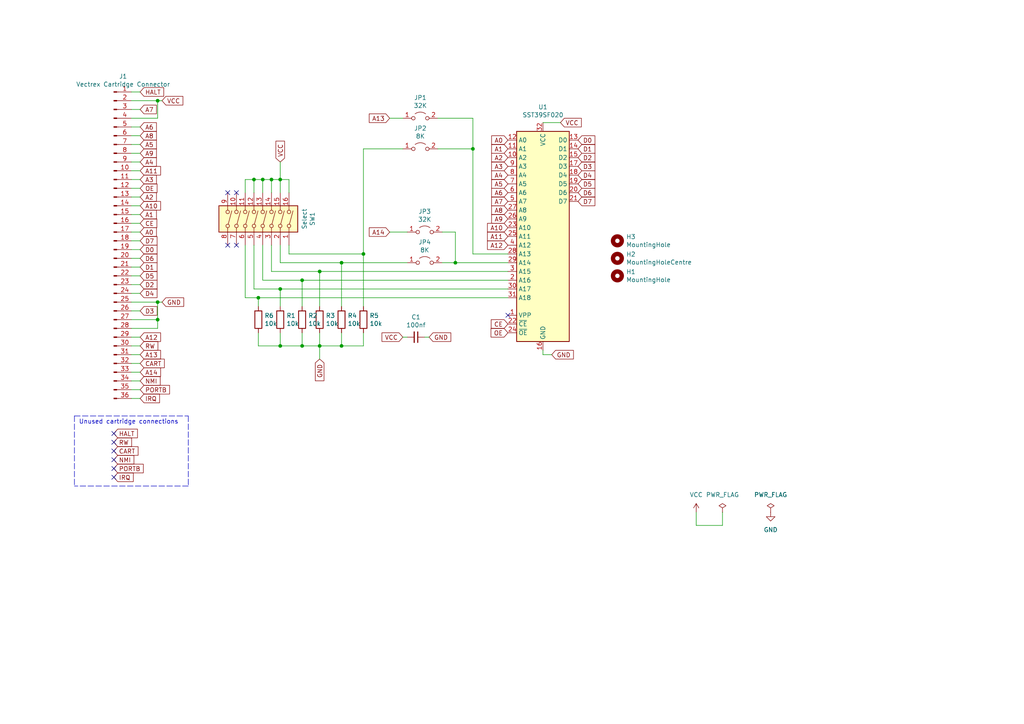
<source format=kicad_sch>
(kicad_sch (version 20211123) (generator eeschema)
  (paper "A4")
  (title_block (title "Vectrex multi-cart - NaturalTangent"))
  (lib_symbols
    (symbol "Connector:Conn_01x36_Male" (pin_names (offset 1.016) hide)
      (property "Reference" "J" (at 0 45.72 0))
      (property "Value" "Conn_01x36_Male" (at 0 -48.26 0))
      (symbol "Conn_01x36_Male_1_1"
        (polyline (pts (xy 1.27 -45.72) (xy 0.8636 -45.72)) (stroke (width 0.1524)))
        (polyline (pts (xy 1.27 -43.18) (xy 0.8636 -43.18)) (stroke (width 0.1524)))
        (polyline (pts (xy 1.27 -40.64) (xy 0.8636 -40.64)) (stroke (width 0.1524)))
        (polyline (pts (xy 1.27 -38.1) (xy 0.8636 -38.1)) (stroke (width 0.1524)))
        (polyline (pts (xy 1.27 -35.56) (xy 0.8636 -35.56)) (stroke (width 0.1524)))
        (polyline (pts (xy 1.27 -33.02) (xy 0.8636 -33.02)) (stroke (width 0.1524)))
        (polyline (pts (xy 1.27 -30.48) (xy 0.8636 -30.48)) (stroke (width 0.1524)))
        (polyline (pts (xy 1.27 -27.94) (xy 0.8636 -27.94)) (stroke (width 0.1524)))
        (polyline (pts (xy 1.27 -25.4) (xy 0.8636 -25.4)) (stroke (width 0.1524)))
        (polyline (pts (xy 1.27 -22.86) (xy 0.8636 -22.86)) (stroke (width 0.1524)))
        (polyline (pts (xy 1.27 -20.32) (xy 0.8636 -20.32)) (stroke (width 0.1524)))
        (polyline (pts (xy 1.27 -17.78) (xy 0.8636 -17.78)) (stroke (width 0.1524)))
        (polyline (pts (xy 1.27 -15.24) (xy 0.8636 -15.24)) (stroke (width 0.1524)))
        (polyline (pts (xy 1.27 -12.7) (xy 0.8636 -12.7)) (stroke (width 0.1524)))
        (polyline (pts (xy 1.27 -10.16) (xy 0.8636 -10.16)) (stroke (width 0.1524)))
        (polyline (pts (xy 1.27 -7.62) (xy 0.8636 -7.62)) (stroke (width 0.1524)))
        (polyline (pts (xy 1.27 -5.08) (xy 0.8636 -5.08)) (stroke (width 0.1524)))
        (polyline (pts (xy 1.27 -2.54) (xy 0.8636 -2.54)) (stroke (width 0.1524)))
        (polyline (pts (xy 1.27 0) (xy 0.8636 0)) (stroke (width 0.1524)))
        (polyline (pts (xy 1.27 2.54) (xy 0.8636 2.54)) (stroke (width 0.1524)))
        (polyline (pts (xy 1.27 5.08) (xy 0.8636 5.08)) (stroke (width 0.1524)))
        (polyline (pts (xy 1.27 7.62) (xy 0.8636 7.62)) (stroke (width 0.1524)))
        (polyline (pts (xy 1.27 10.16) (xy 0.8636 10.16)) (stroke (width 0.1524)))
        (polyline (pts (xy 1.27 12.7) (xy 0.8636 12.7)) (stroke (width 0.1524)))
        (polyline (pts (xy 1.27 15.24) (xy 0.8636 15.24)) (stroke (width 0.1524)))
        (polyline (pts (xy 1.27 17.78) (xy 0.8636 17.78)) (stroke (width 0.1524)))
        (polyline (pts (xy 1.27 20.32) (xy 0.8636 20.32)) (stroke (width 0.1524)))
        (polyline (pts (xy 1.27 22.86) (xy 0.8636 22.86)) (stroke (width 0.1524)))
        (polyline (pts (xy 1.27 25.4) (xy 0.8636 25.4)) (stroke (width 0.1524)))
        (polyline (pts (xy 1.27 27.94) (xy 0.8636 27.94)) (stroke (width 0.1524)))
        (polyline (pts (xy 1.27 30.48) (xy 0.8636 30.48)) (stroke (width 0.1524)))
        (polyline (pts (xy 1.27 33.02) (xy 0.8636 33.02)) (stroke (width 0.1524)))
        (polyline (pts (xy 1.27 35.56) (xy 0.8636 35.56)) (stroke (width 0.1524)))
        (polyline (pts (xy 1.27 38.1) (xy 0.8636 38.1)) (stroke (width 0.1524)))
        (polyline (pts (xy 1.27 40.64) (xy 0.8636 40.64)) (stroke (width 0.1524)))
        (polyline (pts (xy 1.27 43.18) (xy 0.8636 43.18)) (stroke (width 0.1524)))
        (rectangle (start 0.8636 -45.593) (end 0 -45.847) (stroke (width 0.1524)) (fill (type outline)))
        (rectangle (start 0.8636 -43.053) (end 0 -43.307) (stroke (width 0.1524)) (fill (type outline)))
        (rectangle (start 0.8636 -40.513) (end 0 -40.767) (stroke (width 0.1524)) (fill (type outline)))
        (rectangle (start 0.8636 -37.973) (end 0 -38.227) (stroke (width 0.1524)) (fill (type outline)))
        (rectangle (start 0.8636 -35.433) (end 0 -35.687) (stroke (width 0.1524)) (fill (type outline)))
        (rectangle (start 0.8636 -32.893) (end 0 -33.147) (stroke (width 0.1524)) (fill (type outline)))
        (rectangle (start 0.8636 -30.353) (end 0 -30.607) (stroke (width 0.1524)) (fill (type outline)))
        (rectangle (start 0.8636 -27.813) (end 0 -28.067) (stroke (width 0.1524)) (fill (type outline)))
        (rectangle (start 0.8636 -25.273) (end 0 -25.527) (stroke (width 0.1524)) (fill (type outline)))
        (rectangle (start 0.8636 -22.733) (end 0 -22.987) (stroke (width 0.1524)) (fill (type outline)))
        (rectangle (start 0.8636 -20.193) (end 0 -20.447) (stroke (width 0.1524)) (fill (type outline)))
        (rectangle (start 0.8636 -17.653) (end 0 -17.907) (stroke (width 0.1524)) (fill (type outline)))
        (rectangle (start 0.8636 -15.113) (end 0 -15.367) (stroke (width 0.1524)) (fill (type outline)))
        (rectangle (start 0.8636 -12.573) (end 0 -12.827) (stroke (width 0.1524)) (fill (type outline)))
        (rectangle (start 0.8636 -10.033) (end 0 -10.287) (stroke (width 0.1524)) (fill (type outline)))
        (rectangle (start 0.8636 -7.493) (end 0 -7.747) (stroke (width 0.1524)) (fill (type outline)))
        (rectangle (start 0.8636 -4.953) (end 0 -5.207) (stroke (width 0.1524)) (fill (type outline)))
        (rectangle (start 0.8636 -2.413) (end 0 -2.667) (stroke (width 0.1524)) (fill (type outline)))
        (rectangle (start 0.8636 0.127) (end 0 -0.127) (stroke (width 0.1524)) (fill (type outline)))
        (rectangle (start 0.8636 2.667) (end 0 2.413) (stroke (width 0.1524)) (fill (type outline)))
        (rectangle (start 0.8636 5.207) (end 0 4.953) (stroke (width 0.1524)) (fill (type outline)))
        (rectangle (start 0.8636 7.747) (end 0 7.493) (stroke (width 0.1524)) (fill (type outline)))
        (rectangle (start 0.8636 10.287) (end 0 10.033) (stroke (width 0.1524)) (fill (type outline)))
        (rectangle (start 0.8636 12.827) (end 0 12.573) (stroke (width 0.1524)) (fill (type outline)))
        (rectangle (start 0.8636 15.367) (end 0 15.113) (stroke (width 0.1524)) (fill (type outline)))
        (rectangle (start 0.8636 17.907) (end 0 17.653) (stroke (width 0.1524)) (fill (type outline)))
        (rectangle (start 0.8636 20.447) (end 0 20.193) (stroke (width 0.1524)) (fill (type outline)))
        (rectangle (start 0.8636 22.987) (end 0 22.733) (stroke (width 0.1524)) (fill (type outline)))
        (rectangle (start 0.8636 25.527) (end 0 25.273) (stroke (width 0.1524)) (fill (type outline)))
        (rectangle (start 0.8636 28.067) (end 0 27.813) (stroke (width 0.1524)) (fill (type outline)))
        (rectangle (start 0.8636 30.607) (end 0 30.353) (stroke (width 0.1524)) (fill (type outline)))
        (rectangle (start 0.8636 33.147) (end 0 32.893) (stroke (width 0.1524)) (fill (type outline)))
        (rectangle (start 0.8636 35.687) (end 0 35.433) (stroke (width 0.1524)) (fill (type outline)))
        (rectangle (start 0.8636 38.227) (end 0 37.973) (stroke (width 0.1524)) (fill (type outline)))
        (rectangle (start 0.8636 40.767) (end 0 40.513) (stroke (width 0.1524)) (fill (type outline)))
        (rectangle (start 0.8636 43.307) (end 0 43.053) (stroke (width 0.1524)) (fill (type outline)))
        (pin passive line (at 5.08 43.18 180) (length 3.81) (name "Pin_1") (number "1"))
        (pin passive line (at 5.08 20.32 180) (length 3.81) (name "Pin_10") (number "10"))
        (pin passive line (at 5.08 17.78 180) (length 3.81) (name "Pin_11") (number "11"))
        (pin passive line (at 5.08 15.24 180) (length 3.81) (name "Pin_12") (number "12"))
        (pin passive line (at 5.08 12.7 180) (length 3.81) (name "Pin_13") (number "13"))
        (pin passive line (at 5.08 10.16 180) (length 3.81) (name "Pin_14") (number "14"))
        (pin passive line (at 5.08 7.62 180) (length 3.81) (name "Pin_15") (number "15"))
        (pin passive line (at 5.08 5.08 180) (length 3.81) (name "Pin_16") (number "16"))
        (pin passive line (at 5.08 2.54 180) (length 3.81) (name "Pin_17") (number "17"))
        (pin passive line (at 5.08 0 180) (length 3.81) (name "Pin_18") (number "18"))
        (pin passive line (at 5.08 -2.54 180) (length 3.81) (name "Pin_19") (number "19"))
        (pin passive line (at 5.08 40.64 180) (length 3.81) (name "Pin_2") (number "2"))
        (pin passive line (at 5.08 -5.08 180) (length 3.81) (name "Pin_20") (number "20"))
        (pin passive line (at 5.08 -7.62 180) (length 3.81) (name "Pin_21") (number "21"))
        (pin passive line (at 5.08 -10.16 180) (length 3.81) (name "Pin_22") (number "22"))
        (pin passive line (at 5.08 -12.7 180) (length 3.81) (name "Pin_23") (number "23"))
        (pin passive line (at 5.08 -15.24 180) (length 3.81) (name "Pin_24") (number "24"))
        (pin passive line (at 5.08 -17.78 180) (length 3.81) (name "Pin_25") (number "25"))
        (pin passive line (at 5.08 -20.32 180) (length 3.81) (name "Pin_26") (number "26"))
        (pin passive line (at 5.08 -22.86 180) (length 3.81) (name "Pin_27") (number "27"))
        (pin passive line (at 5.08 -25.4 180) (length 3.81) (name "Pin_28") (number "28"))
        (pin passive line (at 5.08 -27.94 180) (length 3.81) (name "Pin_29") (number "29"))
        (pin passive line (at 5.08 38.1 180) (length 3.81) (name "Pin_3") (number "3"))
        (pin passive line (at 5.08 -30.48 180) (length 3.81) (name "Pin_30") (number "30"))
        (pin passive line (at 5.08 -33.02 180) (length 3.81) (name "Pin_31") (number "31"))
        (pin passive line (at 5.08 -35.56 180) (length 3.81) (name "Pin_32") (number "32"))
        (pin passive line (at 5.08 -38.1 180) (length 3.81) (name "Pin_33") (number "33"))
        (pin passive line (at 5.08 -40.64 180) (length 3.81) (name "Pin_34") (number "34"))
        (pin passive line (at 5.08 -43.18 180) (length 3.81) (name "Pin_35") (number "35"))
        (pin passive line (at 5.08 -45.72 180) (length 3.81) (name "Pin_36") (number "36"))
        (pin passive line (at 5.08 35.56 180) (length 3.81) (name "Pin_4") (number "4"))
        (pin passive line (at 5.08 33.02 180) (length 3.81) (name "Pin_5") (number "5"))
        (pin passive line (at 5.08 30.48 180) (length 3.81) (name "Pin_6") (number "6"))
        (pin passive line (at 5.08 27.94 180) (length 3.81) (name "Pin_7") (number "7"))
        (pin passive line (at 5.08 25.4 180) (length 3.81) (name "Pin_8") (number "8"))
        (pin passive line (at 5.08 22.86 180) (length 3.81) (name "Pin_9") (number "9"))
      )
    )
    (symbol "Device:C_Small" (pin_numbers hide) (pin_names (offset 0.254) hide)
      (property "Reference" "C" (at 0.254 1.778 0))
      (property "Value" "C_Small" (at 0.254 -2.032 0))
      (symbol "C_Small_0_1"
        (polyline (pts (xy -1.524 -0.508) (xy 1.524 -0.508)) (stroke (width 0.3302)))
        (polyline (pts (xy -1.524 0.508) (xy 1.524 0.508)) (stroke (width 0.3048)))
      )
      (symbol "C_Small_1_1"
        (pin passive line (at 0 2.54 270) (length 2.032) (name "~") (number "1"))
        (pin passive line (at 0 -2.54 90) (length 2.032) (name "~") (number "2"))
      )
    )
    (symbol "Device:R" (pin_numbers hide) (pin_names (offset 0))
      (property "Reference" "R" (at 2.032 0 90))
      (property "Value" "R" (at 0 0 90))
      (symbol "R_0_1"
        (rectangle (start -1.016 -2.54) (end 1.016 2.54) (stroke (width 0.254)))
      )
      (symbol "R_1_1"
        (pin passive line (at 0 3.81 270) (length 1.27) (name "~") (number "1"))
        (pin passive line (at 0 -3.81 90) (length 1.27) (name "~") (number "2"))
      )
    )
    (symbol "Jumper:Jumper_2_Open" (pin_names (offset 0) hide)
      (property "Reference" "JP" (at 0 2.794 0))
      (property "Value" "Jumper_2_Open" (at 0 -2.286 0))
      (symbol "Jumper_2_Open_0_0"
        (circle (center -2.032 0) (radius 0.508))
        (circle (center 2.032 0) (radius 0.508))
      )
      (symbol "Jumper_2_Open_0_1"
        (arc (start 1.524 1.27) (mid 0 1.778) (end -1.524 1.27))
      )
      (symbol "Jumper_2_Open_1_1"
        (pin passive line (at -5.08 0 0) (length 2.54) (name "A") (number "1"))
        (pin passive line (at 5.08 0 180) (length 2.54) (name "B") (number "2"))
      )
    )
    (symbol "Mechanical:MountingHole" (pin_names (offset 1.016))
      (property "Reference" "H" (at 0 5.08 0))
      (property "Value" "MountingHole" (at 0 3.175 0))
      (symbol "MountingHole_0_1"
        (circle (center 0 0) (radius 1.27) (stroke (width 1.27)))
      )
    )
    (symbol "Memory_EPROM:27C040"
      (property "Reference" "U" (at -7.62 31.75 0))
      (property "Value" "27C040" (at 2.54 -31.75 0))
      (symbol "27C040_1_1"
        (rectangle (start -7.62 30.48) (end 7.62 -30.48) (stroke (width 0.254)) (fill (type background)))
        (pin input line (at -10.16 -22.86 0) (length 2.54) (name "VPP") (number "1"))
        (pin input line (at -10.16 22.86 0) (length 2.54) (name "A2") (number "10"))
        (pin input line (at -10.16 25.4 0) (length 2.54) (name "A1") (number "11"))
        (pin input line (at -10.16 27.94 0) (length 2.54) (name "A0") (number "12"))
        (pin tri_state line (at 10.16 27.94 180) (length 2.54) (name "D0") (number "13"))
        (pin tri_state line (at 10.16 25.4 180) (length 2.54) (name "D1") (number "14"))
        (pin tri_state line (at 10.16 22.86 180) (length 2.54) (name "D2") (number "15"))
        (pin power_in line (at 0 -33.02 90) (length 2.54) (name "GND") (number "16"))
        (pin tri_state line (at 10.16 20.32 180) (length 2.54) (name "D3") (number "17"))
        (pin tri_state line (at 10.16 17.78 180) (length 2.54) (name "D4") (number "18"))
        (pin tri_state line (at 10.16 15.24 180) (length 2.54) (name "D5") (number "19"))
        (pin input line (at -10.16 -12.7 0) (length 2.54) (name "A16") (number "2"))
        (pin tri_state line (at 10.16 12.7 180) (length 2.54) (name "D6") (number "20"))
        (pin tri_state line (at 10.16 10.16 180) (length 2.54) (name "D7") (number "21"))
        (pin input line (at -10.16 -25.4 0) (length 2.54) (name "~{CE}") (number "22"))
        (pin input line (at -10.16 2.54 0) (length 2.54) (name "A10") (number "23"))
        (pin input line (at -10.16 -27.94 0) (length 2.54) (name "~{OE}") (number "24"))
        (pin input line (at -10.16 0 0) (length 2.54) (name "A11") (number "25"))
        (pin input line (at -10.16 5.08 0) (length 2.54) (name "A9") (number "26"))
        (pin input line (at -10.16 7.62 0) (length 2.54) (name "A8") (number "27"))
        (pin input line (at -10.16 -5.08 0) (length 2.54) (name "A13") (number "28"))
        (pin input line (at -10.16 -7.62 0) (length 2.54) (name "A14") (number "29"))
        (pin input line (at -10.16 -10.16 0) (length 2.54) (name "A15") (number "3"))
        (pin input line (at -10.16 -15.24 0) (length 2.54) (name "A17") (number "30"))
        (pin input line (at -10.16 -17.78 0) (length 2.54) (name "A18") (number "31"))
        (pin power_in line (at 0 33.02 270) (length 2.54) (name "VCC") (number "32"))
        (pin input line (at -10.16 -2.54 0) (length 2.54) (name "A12") (number "4"))
        (pin input line (at -10.16 10.16 0) (length 2.54) (name "A7") (number "5"))
        (pin input line (at -10.16 12.7 0) (length 2.54) (name "A6") (number "6"))
        (pin input line (at -10.16 15.24 0) (length 2.54) (name "A5") (number "7"))
        (pin input line (at -10.16 17.78 0) (length 2.54) (name "A4") (number "8"))
        (pin input line (at -10.16 20.32 0) (length 2.54) (name "A3") (number "9"))
      )
    )
    (symbol "Switch:SW_DIP_x08" (pin_names (offset 0) hide)
      (property "Reference" "SW" (at 0 13.97 0))
      (property "Value" "SW_DIP_x08" (at 0 -11.43 0))
      (symbol "SW_DIP_x08_0_0"
        (circle (center -2.032 -7.62) (radius 0.508))
        (circle (center -2.032 -5.08) (radius 0.508))
        (circle (center -2.032 -2.54) (radius 0.508))
        (circle (center -2.032 0) (radius 0.508))
        (circle (center -2.032 2.54) (radius 0.508))
        (circle (center -2.032 5.08) (radius 0.508))
        (circle (center -2.032 7.62) (radius 0.508))
        (circle (center -2.032 10.16) (radius 0.508))
        (polyline (pts (xy -1.524 -7.4676) (xy 2.3622 -6.4262)))
        (polyline (pts (xy -1.524 -4.9276) (xy 2.3622 -3.8862)))
        (polyline (pts (xy -1.524 -2.3876) (xy 2.3622 -1.3462)))
        (polyline (pts (xy -1.524 0.127) (xy 2.3622 1.1684)))
        (polyline (pts (xy -1.524 2.667) (xy 2.3622 3.7084)))
        (polyline (pts (xy -1.524 5.207) (xy 2.3622 6.2484)))
        (polyline (pts (xy -1.524 7.747) (xy 2.3622 8.7884)))
        (polyline (pts (xy -1.524 10.287) (xy 2.3622 11.3284)))
        (circle (center 2.032 -7.62) (radius 0.508))
        (circle (center 2.032 -5.08) (radius 0.508))
        (circle (center 2.032 -2.54) (radius 0.508))
        (circle (center 2.032 0) (radius 0.508))
        (circle (center 2.032 2.54) (radius 0.508))
        (circle (center 2.032 5.08) (radius 0.508))
        (circle (center 2.032 7.62) (radius 0.508))
        (circle (center 2.032 10.16) (radius 0.508))
      )
      (symbol "SW_DIP_x08_0_1"
        (rectangle (start -3.81 12.7) (end 3.81 -10.16) (stroke (width 0.254)) (fill (type background)))
      )
      (symbol "SW_DIP_x08_1_1"
        (pin passive line (at -7.62 10.16 0) (length 5.08) (name "~") (number "1"))
        (pin passive line (at 7.62 -5.08 180) (length 5.08) (name "~") (number "10"))
        (pin passive line (at 7.62 -2.54 180) (length 5.08) (name "~") (number "11"))
        (pin passive line (at 7.62 0 180) (length 5.08) (name "~") (number "12"))
        (pin passive line (at 7.62 2.54 180) (length 5.08) (name "~") (number "13"))
        (pin passive line (at 7.62 5.08 180) (length 5.08) (name "~") (number "14"))
        (pin passive line (at 7.62 7.62 180) (length 5.08) (name "~") (number "15"))
        (pin passive line (at 7.62 10.16 180) (length 5.08) (name "~") (number "16"))
        (pin passive line (at -7.62 7.62 0) (length 5.08) (name "~") (number "2"))
        (pin passive line (at -7.62 5.08 0) (length 5.08) (name "~") (number "3"))
        (pin passive line (at -7.62 2.54 0) (length 5.08) (name "~") (number "4"))
        (pin passive line (at -7.62 0 0) (length 5.08) (name "~") (number "5"))
        (pin passive line (at -7.62 -2.54 0) (length 5.08) (name "~") (number "6"))
        (pin passive line (at -7.62 -5.08 0) (length 5.08) (name "~") (number "7"))
        (pin passive line (at -7.62 -7.62 0) (length 5.08) (name "~") (number "8"))
        (pin passive line (at 7.62 -7.62 180) (length 5.08) (name "~") (number "9"))
      )
    )
    (symbol "power:GND" (power) (pin_names (offset 0))
      (property "Value" "GND" (at 0 -3.81 0))
      (symbol "GND_0_1"
        (polyline (pts (xy 0 0) (xy 0 -1.27) (xy 1.27 -1.27) (xy 0 -2.54) (xy -1.27 -1.27) (xy 0 -1.27)))
      )
      (symbol "GND_1_1"
        (pin power_in line (at 0 0 270) (length 0) hide (name "GND") (number "1"))
      )
    )
    (symbol "power:PWR_FLAG" (power) (pin_numbers hide) (pin_names (offset 0) hide)
      (property "Value" "PWR_FLAG" (at 0 3.81 0))
      (symbol "PWR_FLAG_0_0"
        (pin power_out line (at 0 0 90) (length 0) (name "pwr") (number "1"))
      )
      (symbol "PWR_FLAG_0_1"
        (polyline (pts (xy 0 0) (xy 0 1.27) (xy -1.016 1.905) (xy 0 2.54) (xy 1.016 1.905) (xy 0 1.27)))
      )
    )
    (symbol "power:VCC" (power) (pin_names (offset 0))
      (property "Value" "VCC" (at 0 3.81 0))
      (symbol "VCC_0_1"
        (polyline (pts (xy -0.762 1.27) (xy 0 2.54)))
        (polyline (pts (xy 0 0) (xy 0 2.54)))
        (polyline (pts (xy 0 2.54) (xy 0.762 1.27)))
      )
      (symbol "VCC_1_1"
        (pin power_in line (at 0 0 90) (length 0) hide (name "VCC") (number "1"))
      )
    )
  )
  (junction (at 74.93 86.36))
  (junction (at 45.72 87.63))
  (junction (at 92.71 78.74))
  (junction (at 45.72 92.71))
  (junction (at 78.74 52.07))
  (junction (at 132.08 76.2))
  (junction (at 81.28 83.82))
  (junction (at 45.72 29.21))
  (junction (at 137.16 43.18))
  (junction (at 81.28 52.07))
  (junction (at 87.63 100.33))
  (junction (at 105.41 73.66))
  (junction (at 76.2 52.07))
  (junction (at 92.71 100.33))
  (junction (at 99.06 76.2))
  (junction (at 81.28 100.33))
  (junction (at 73.66 52.07))
  (junction (at 99.06 100.33))
  (junction (at 87.63 81.28))
  (no_connect (at 33.02 125.73))
  (no_connect (at 66.04 71.12))
  (no_connect (at 33.02 133.35))
  (no_connect (at 33.02 135.89))
  (no_connect (at 33.02 138.43))
  (no_connect (at 33.02 130.81))
  (no_connect (at 33.02 128.27))
  (no_connect (at 68.58 55.88))
  (no_connect (at 68.58 71.12))
  (no_connect (at 66.04 55.88))
  (no_connect (at 147.32 91.44))
  (wire (pts (xy 74.93 96.52) (xy 74.93 100.33)))
  (wire (pts (xy 40.64 113.03) (xy 38.1 113.03)))
  (wire (pts (xy 99.06 76.2) (xy 81.28 76.2)))
  (wire (pts (xy 81.28 96.52) (xy 81.28 100.33)))
  (wire (pts (xy 38.1 90.17) (xy 40.64 90.17)))
  (wire (pts (xy 83.82 55.88) (xy 83.82 52.07)))
  (wire (pts (xy 132.08 76.2) (xy 132.08 67.31)))
  (wire (pts (xy 40.64 110.49) (xy 38.1 110.49)))
  (wire (pts (xy 81.28 52.07) (xy 78.74 52.07)))
  (wire (pts (xy 116.84 34.29) (xy 113.03 34.29)))
  (wire (pts (xy 162.56 35.56) (xy 157.48 35.56)))
  (wire (pts (xy 81.28 83.82) (xy 147.32 83.82)))
  (wire (pts (xy 38.1 102.87) (xy 40.64 102.87)))
  (wire (pts (xy 87.63 88.9) (xy 87.63 81.28)))
  (wire (pts (xy 157.48 102.87) (xy 160.02 102.87)))
  (wire (pts (xy 38.1 69.85) (xy 40.64 69.85)))
  (wire (pts (xy 209.55 148.59) (xy 209.55 152.4)))
  (wire (pts (xy 105.41 43.18) (xy 116.84 43.18)))
  (wire (pts (xy 73.66 52.07) (xy 73.66 55.88)))
  (wire (pts (xy 45.72 92.71) (xy 45.72 87.63)))
  (wire (pts (xy 105.41 100.33) (xy 105.41 96.52)))
  (wire (pts (xy 83.82 73.66) (xy 105.41 73.66)))
  (wire (pts (xy 38.1 107.95) (xy 40.64 107.95)))
  (wire (pts (xy 81.28 83.82) (xy 73.66 83.82)))
  (wire (pts (xy 99.06 88.9) (xy 99.06 76.2)))
  (wire (pts (xy 92.71 100.33) (xy 99.06 100.33)))
  (wire (pts (xy 73.66 83.82) (xy 73.66 71.12)))
  (wire (pts (xy 83.82 73.66) (xy 83.82 71.12)))
  (wire (pts (xy 38.1 39.37) (xy 40.64 39.37)))
  (wire (pts (xy 45.72 87.63) (xy 38.1 87.63)))
  (wire (pts (xy 38.1 72.39) (xy 40.64 72.39)))
  (wire (pts (xy 38.1 74.93) (xy 40.64 74.93)))
  (wire (pts (xy 127 43.18) (xy 137.16 43.18)))
  (wire (pts (xy 38.1 92.71) (xy 45.72 92.71)))
  (wire (pts (xy 71.12 86.36) (xy 71.12 71.12)))
  (wire (pts (xy 38.1 95.25) (xy 45.72 95.25)))
  (wire (pts (xy 71.12 52.07) (xy 73.66 52.07)))
  (wire (pts (xy 38.1 105.41) (xy 40.64 105.41)))
  (wire (pts (xy 81.28 100.33) (xy 87.63 100.33)))
  (wire (pts (xy 78.74 52.07) (xy 76.2 52.07)))
  (wire (pts (xy 81.28 88.9) (xy 81.28 83.82)))
  (wire (pts (xy 99.06 76.2) (xy 118.11 76.2)))
  (wire (pts (xy 38.1 80.01) (xy 40.64 80.01)))
  (wire (pts (xy 38.1 59.69) (xy 40.64 59.69)))
  (wire (pts (xy 127 34.29) (xy 137.16 34.29)))
  (wire (pts (xy 124.46 97.79) (xy 123.19 97.79)))
  (wire (pts (xy 38.1 82.55) (xy 40.64 82.55)))
  (wire (pts (xy 45.72 34.29) (xy 45.72 29.21)))
  (wire (pts (xy 76.2 55.88) (xy 76.2 52.07)))
  (wire (pts (xy 76.2 52.07) (xy 73.66 52.07)))
  (wire (pts (xy 38.1 36.83) (xy 40.64 36.83)))
  (wire (pts (xy 209.55 152.4) (xy 201.93 152.4)))
  (wire (pts (xy 99.06 100.33) (xy 105.41 100.33)))
  (wire (pts (xy 38.1 100.33) (xy 40.64 100.33)))
  (wire (pts (xy 147.32 76.2) (xy 132.08 76.2)))
  (wire (pts (xy 38.1 46.99) (xy 40.64 46.99)))
  (wire (pts (xy 38.1 77.47) (xy 40.64 77.47)))
  (wire (pts (xy 38.1 67.31) (xy 40.64 67.31)))
  (wire (pts (xy 83.82 52.07) (xy 81.28 52.07)))
  (wire (pts (xy 78.74 71.12) (xy 78.74 78.74)))
  (wire (pts (xy 92.71 96.52) (xy 92.71 100.33)))
  (polyline (pts (xy 54.61 120.65) (xy 54.61 140.97)))
  (wire (pts (xy 105.41 43.18) (xy 105.41 73.66)))
  (wire (pts (xy 87.63 81.28) (xy 76.2 81.28)))
  (wire (pts (xy 87.63 96.52) (xy 87.63 100.33)))
  (wire (pts (xy 105.41 88.9) (xy 105.41 73.66)))
  (wire (pts (xy 78.74 55.88) (xy 78.74 52.07)))
  (wire (pts (xy 132.08 67.31) (xy 128.27 67.31)))
  (wire (pts (xy 38.1 34.29) (xy 45.72 34.29)))
  (wire (pts (xy 78.74 78.74) (xy 92.71 78.74)))
  (wire (pts (xy 74.93 100.33) (xy 81.28 100.33)))
  (wire (pts (xy 81.28 46.99) (xy 81.28 52.07)))
  (wire (pts (xy 92.71 78.74) (xy 147.32 78.74)))
  (wire (pts (xy 45.72 95.25) (xy 45.72 92.71)))
  (wire (pts (xy 40.64 26.67) (xy 38.1 26.67)))
  (wire (pts (xy 118.11 97.79) (xy 116.84 97.79)))
  (wire (pts (xy 87.63 81.28) (xy 147.32 81.28)))
  (wire (pts (xy 147.32 86.36) (xy 74.93 86.36)))
  (wire (pts (xy 74.93 88.9) (xy 74.93 86.36)))
  (wire (pts (xy 137.16 43.18) (xy 137.16 34.29)))
  (wire (pts (xy 38.1 49.53) (xy 40.64 49.53)))
  (wire (pts (xy 137.16 43.18) (xy 137.16 73.66)))
  (wire (pts (xy 81.28 55.88) (xy 81.28 52.07)))
  (wire (pts (xy 118.11 67.31) (xy 113.03 67.31)))
  (wire (pts (xy 201.93 152.4) (xy 201.93 148.59)))
  (polyline (pts (xy 21.59 120.65) (xy 54.61 120.65)))
  (wire (pts (xy 38.1 64.77) (xy 40.64 64.77)))
  (wire (pts (xy 38.1 62.23) (xy 40.64 62.23)))
  (polyline (pts (xy 54.61 140.97) (xy 21.59 140.97)))
  (wire (pts (xy 38.1 29.21) (xy 45.72 29.21)))
  (wire (pts (xy 71.12 55.88) (xy 71.12 52.07)))
  (wire (pts (xy 76.2 81.28) (xy 76.2 71.12)))
  (wire (pts (xy 46.99 87.63) (xy 45.72 87.63)))
  (wire (pts (xy 38.1 97.79) (xy 40.64 97.79)))
  (wire (pts (xy 38.1 57.15) (xy 40.64 57.15)))
  (wire (pts (xy 132.08 76.2) (xy 128.27 76.2)))
  (wire (pts (xy 38.1 85.09) (xy 40.64 85.09)))
  (wire (pts (xy 38.1 44.45) (xy 40.64 44.45)))
  (polyline (pts (xy 21.59 120.65) (xy 21.59 140.97)))
  (wire (pts (xy 92.71 104.14) (xy 92.71 100.33)))
  (wire (pts (xy 147.32 73.66) (xy 137.16 73.66)))
  (wire (pts (xy 87.63 100.33) (xy 92.71 100.33)))
  (wire (pts (xy 38.1 52.07) (xy 40.64 52.07)))
  (wire (pts (xy 99.06 96.52) (xy 99.06 100.33)))
  (wire (pts (xy 45.72 29.21) (xy 46.99 29.21)))
  (wire (pts (xy 92.71 88.9) (xy 92.71 78.74)))
  (wire (pts (xy 157.48 101.6) (xy 157.48 102.87)))
  (wire (pts (xy 81.28 76.2) (xy 81.28 71.12)))
  (wire (pts (xy 40.64 31.75) (xy 38.1 31.75)))
  (wire (pts (xy 74.93 86.36) (xy 71.12 86.36)))
  (wire (pts (xy 38.1 54.61) (xy 40.64 54.61)))
  (wire (pts (xy 38.1 41.91) (xy 40.64 41.91)))
  (wire (pts (xy 40.64 115.57) (xy 38.1 115.57)))
  (text "Unused cartridge connections" (at 22.86 123.19 0) (effects (font (size 1.27 1.27)) (justify left bottom)))
  (global_label "CART" (shape input) (at 40.64 105.41 0) (property "Intersheet References" "${INTERSHEET_REFS}" (effects hide)))
  (global_label "VCC" (shape input) (at 162.56 35.56 0) (property "Intersheet References" "${INTERSHEET_REFS}" (effects hide)))
  (global_label "D7" (shape input) (at 40.64 69.85 0) (property "Intersheet References" "${INTERSHEET_REFS}" (effects hide)))
  (global_label "IRQ" (shape input) (at 33.02 138.43 0) (property "Intersheet References" "${INTERSHEET_REFS}" (effects hide)))
  (global_label "A4" (shape input) (at 40.64 46.99 0) (property "Intersheet References" "${INTERSHEET_REFS}" (effects hide)))
  (global_label "OE" (shape input) (at 147.32 96.52 180) (property "Intersheet References" "${INTERSHEET_REFS}" (effects hide)))
  (global_label "A10" (shape input) (at 40.64 59.69 0) (property "Intersheet References" "${INTERSHEET_REFS}" (effects hide)))
  (global_label "A10" (shape input) (at 147.32 66.04 180) (property "Intersheet References" "${INTERSHEET_REFS}" (effects hide)))
  (global_label "GND" (shape input) (at 124.46 97.79 0) (property "Intersheet References" "${INTERSHEET_REFS}" (effects hide)))
  (global_label "A4" (shape input) (at 147.32 50.8 180) (property "Intersheet References" "${INTERSHEET_REFS}" (effects hide)))
  (global_label "A8" (shape input) (at 147.32 60.96 180) (property "Intersheet References" "${INTERSHEET_REFS}" (effects hide)))
  (global_label "D4" (shape input) (at 167.64 50.8 0) (property "Intersheet References" "${INTERSHEET_REFS}" (effects hide)))
  (global_label "A1" (shape input) (at 40.64 62.23 0) (property "Intersheet References" "${INTERSHEET_REFS}" (effects hide)))
  (global_label "A7" (shape input) (at 147.32 58.42 180) (property "Intersheet References" "${INTERSHEET_REFS}" (effects hide)))
  (global_label "D4" (shape input) (at 40.64 85.09 0) (property "Intersheet References" "${INTERSHEET_REFS}" (effects hide)))
  (global_label "A1" (shape input) (at 147.32 43.18 180) (property "Intersheet References" "${INTERSHEET_REFS}" (effects hide)))
  (global_label "IRQ" (shape input) (at 40.64 115.57 0) (property "Intersheet References" "${INTERSHEET_REFS}" (effects hide)))
  (global_label "A0" (shape input) (at 147.32 40.64 180) (property "Intersheet References" "${INTERSHEET_REFS}" (effects hide)))
  (global_label "A8" (shape input) (at 40.64 39.37 0) (property "Intersheet References" "${INTERSHEET_REFS}" (effects hide)))
  (global_label "NMI" (shape input) (at 33.02 133.35 0) (property "Intersheet References" "${INTERSHEET_REFS}" (effects hide)))
  (global_label "A7" (shape input) (at 40.64 31.75 0) (property "Intersheet References" "${INTERSHEET_REFS}" (effects hide)))
  (global_label "CE" (shape input) (at 40.64 64.77 0) (property "Intersheet References" "${INTERSHEET_REFS}" (effects hide)))
  (global_label "A0" (shape input) (at 40.64 67.31 0) (property "Intersheet References" "${INTERSHEET_REFS}" (effects hide)))
  (global_label "D3" (shape input) (at 40.64 90.17 0) (property "Intersheet References" "${INTERSHEET_REFS}" (effects hide)))
  (global_label "A5" (shape input) (at 40.64 41.91 0) (property "Intersheet References" "${INTERSHEET_REFS}" (effects hide)))
  (global_label "D1" (shape input) (at 167.64 43.18 0) (property "Intersheet References" "${INTERSHEET_REFS}" (effects hide)))
  (global_label "D3" (shape input) (at 167.64 48.26 0) (property "Intersheet References" "${INTERSHEET_REFS}" (effects hide)))
  (global_label "GND" (shape input) (at 160.02 102.87 0) (property "Intersheet References" "${INTERSHEET_REFS}" (effects hide)))
  (global_label "A3" (shape input) (at 40.64 52.07 0) (property "Intersheet References" "${INTERSHEET_REFS}" (effects hide)))
  (global_label "GND" (shape input) (at 46.99 87.63 0) (property "Intersheet References" "${INTERSHEET_REFS}" (effects hide)))
  (global_label "A12" (shape input) (at 40.64 97.79 0) (property "Intersheet References" "${INTERSHEET_REFS}" (effects hide)))
  (global_label "D0" (shape input) (at 40.64 72.39 0) (property "Intersheet References" "${INTERSHEET_REFS}" (effects hide)))
  (global_label "A13" (shape input) (at 113.03 34.29 180) (property "Intersheet References" "${INTERSHEET_REFS}" (effects hide)))
  (global_label "A9" (shape input) (at 147.32 63.5 180) (property "Intersheet References" "${INTERSHEET_REFS}" (effects hide)))
  (global_label "RW" (shape input) (at 40.64 100.33 0) (property "Intersheet References" "${INTERSHEET_REFS}" (effects hide)))
  (global_label "A6" (shape input) (at 147.32 55.88 180) (property "Intersheet References" "${INTERSHEET_REFS}" (effects hide)))
  (global_label "A3" (shape input) (at 147.32 48.26 180) (property "Intersheet References" "${INTERSHEET_REFS}" (effects hide)))
  (global_label "PORTB" (shape input) (at 40.64 113.03 0) (property "Intersheet References" "${INTERSHEET_REFS}" (effects hide)))
  (global_label "A5" (shape input) (at 147.32 53.34 180) (property "Intersheet References" "${INTERSHEET_REFS}" (effects hide)))
  (global_label "D6" (shape input) (at 167.64 55.88 0) (property "Intersheet References" "${INTERSHEET_REFS}" (effects hide)))
  (global_label "CE" (shape input) (at 147.32 93.98 180) (property "Intersheet References" "${INTERSHEET_REFS}" (effects hide)))
  (global_label "D6" (shape input) (at 40.64 74.93 0) (property "Intersheet References" "${INTERSHEET_REFS}" (effects hide)))
  (global_label "A2" (shape input) (at 40.64 57.15 0) (property "Intersheet References" "${INTERSHEET_REFS}" (effects hide)))
  (global_label "A11" (shape input) (at 147.32 68.58 180) (property "Intersheet References" "${INTERSHEET_REFS}" (effects hide)))
  (global_label "D5" (shape input) (at 167.64 53.34 0) (property "Intersheet References" "${INTERSHEET_REFS}" (effects hide)))
  (global_label "D2" (shape input) (at 40.64 82.55 0) (property "Intersheet References" "${INTERSHEET_REFS}" (effects hide)))
  (global_label "VCC" (shape input) (at 81.28 46.99 90) (property "Intersheet References" "${INTERSHEET_REFS}" (effects hide)))
  (global_label "A13" (shape input) (at 40.64 102.87 0) (property "Intersheet References" "${INTERSHEET_REFS}" (effects hide)))
  (global_label "CART" (shape input) (at 33.02 130.81 0) (property "Intersheet References" "${INTERSHEET_REFS}" (effects hide)))
  (global_label "OE" (shape input) (at 40.64 54.61 0) (property "Intersheet References" "${INTERSHEET_REFS}" (effects hide)))
  (global_label "D1" (shape input) (at 40.64 77.47 0) (property "Intersheet References" "${INTERSHEET_REFS}" (effects hide)))
  (global_label "A2" (shape input) (at 147.32 45.72 180) (property "Intersheet References" "${INTERSHEET_REFS}" (effects hide)))
  (global_label "D0" (shape input) (at 167.64 40.64 0) (property "Intersheet References" "${INTERSHEET_REFS}" (effects hide)))
  (global_label "A14" (shape input) (at 113.03 67.31 180) (property "Intersheet References" "${INTERSHEET_REFS}" (effects hide)))
  (global_label "A12" (shape input) (at 147.32 71.12 180) (property "Intersheet References" "${INTERSHEET_REFS}" (effects hide)))
  (global_label "GND" (shape input) (at 92.71 104.14 270) (property "Intersheet References" "${INTERSHEET_REFS}" (effects hide)))
  (global_label "A14" (shape input) (at 40.64 107.95 0) (property "Intersheet References" "${INTERSHEET_REFS}" (effects hide)))
  (global_label "A6" (shape input) (at 40.64 36.83 0) (property "Intersheet References" "${INTERSHEET_REFS}" (effects hide)))
  (global_label "HALT" (shape input) (at 33.02 125.73 0) (property "Intersheet References" "${INTERSHEET_REFS}" (effects hide)))
  (global_label "A11" (shape input) (at 40.64 49.53 0) (property "Intersheet References" "${INTERSHEET_REFS}" (effects hide)))
  (global_label "D7" (shape input) (at 167.64 58.42 0) (property "Intersheet References" "${INTERSHEET_REFS}" (effects hide)))
  (global_label "A9" (shape input) (at 40.64 44.45 0) (property "Intersheet References" "${INTERSHEET_REFS}" (effects hide)))
  (global_label "NMI" (shape input) (at 40.64 110.49 0) (property "Intersheet References" "${INTERSHEET_REFS}" (effects hide)))
  (global_label "D5" (shape input) (at 40.64 80.01 0) (property "Intersheet References" "${INTERSHEET_REFS}" (effects hide)))
  (global_label "VCC" (shape input) (at 116.84 97.79 180) (property "Intersheet References" "${INTERSHEET_REFS}" (effects hide)))
  (global_label "RW" (shape input) (at 33.02 128.27 0) (property "Intersheet References" "${INTERSHEET_REFS}" (effects hide)))
  (global_label "D2" (shape input) (at 167.64 45.72 0) (property "Intersheet References" "${INTERSHEET_REFS}" (effects hide)))
  (global_label "VCC" (shape input) (at 46.99 29.21 0) (property "Intersheet References" "${INTERSHEET_REFS}" (effects hide)))
  (global_label "HALT" (shape input) (at 40.64 26.67 0) (property "Intersheet References" "${INTERSHEET_REFS}" (effects hide)))
  (global_label "PORTB" (shape input) (at 33.02 135.89 0) (property "Intersheet References" "${INTERSHEET_REFS}" (effects hide)))
  (symbol (lib_id "Connector:Conn_01x36_Male") (at 33.02 69.85 0) (unit 1)
    (property "Reference" "J1" (at 35.7124 22.1488 0))
    (property "Value" "Vectrex Cartridge Connector" (at 35.7124 24.4602 0))
    (property "Footprint" "vectrex:VECTREX_CART" (effects hide))
  )
  (symbol (lib_id "Memory_EPROM:27C040") (at 157.48 68.58 0) (unit 1)
    (property "Reference" "U1" (at 157.48 31.0388 0))
    (property "Value" "SST39SF020" (at 157.48 33.3502 0))
    (property "Footprint" "Package_DIP:DIP-32_W15.24mm_Socket_LongPads" (effects hide))
    (property "Datasheet" "http://ww1.microchip.com/downloads/en/DeviceDoc/25022B.pdf" (effects hide))
  )
  (symbol (lib_id "Switch:SW_DIP_x08") (at 73.66 63.5 270) (mirror x) (unit 1)
    (property "Reference" "SW1" (at 90.6018 63.5 0))
    (property "Value" "Select" (at 88.2904 63.5 0))
    (property "Footprint" "Button_Switch_THT:SW_DIP_SPSTx08_Slide_9.78x22.5mm_W7.62mm_P2.54mm" (effects hide))
  )
  (symbol (lib_id "Device:C_Small") (at 120.65 97.79 270) (unit 1)
    (property "Reference" "C1" (at 120.65 91.9734 90))
    (property "Value" "100nf" (at 120.65 94.2848 90))
    (property "Footprint" "Capacitor_THT:C_Disc_D4.7mm_W2.5mm_P5.00mm" (effects hide))
  )
  (symbol (lib_id "Device:R") (at 74.93 92.71 0) (unit 1)
    (property "Reference" "R6" (at 76.708 91.5416 0) (effects (justify left)))
    (property "Value" "10k" (at 76.708 93.853 0) (effects (justify left)))
    (property "Footprint" "Resistor_THT:R_Axial_DIN0207_L6.3mm_D2.5mm_P7.62mm_Horizontal" (effects hide))
  )
  (symbol (lib_id "Device:R") (at 92.71 92.71 0) (unit 1)
    (property "Reference" "R3" (at 94.488 91.5416 0) (effects (justify left)))
    (property "Value" "10k" (at 94.488 93.853 0) (effects (justify left)))
    (property "Footprint" "Resistor_THT:R_Axial_DIN0207_L6.3mm_D2.5mm_P7.62mm_Horizontal" (effects hide))
  )
  (symbol (lib_id "Device:R") (at 99.06 92.71 0) (unit 1)
    (property "Reference" "R4" (at 100.838 91.5416 0) (effects (justify left)))
    (property "Value" "10k" (at 100.838 93.853 0) (effects (justify left)))
    (property "Footprint" "Resistor_THT:R_Axial_DIN0207_L6.3mm_D2.5mm_P7.62mm_Horizontal" (effects hide))
  )
  (symbol (lib_id "Device:R") (at 105.41 92.71 0) (unit 1)
    (property "Reference" "R5" (at 107.188 91.5416 0) (effects (justify left)))
    (property "Value" "10k" (at 107.188 93.853 0) (effects (justify left)))
    (property "Footprint" "Resistor_THT:R_Axial_DIN0207_L6.3mm_D2.5mm_P7.62mm_Horizontal" (effects hide))
  )
  (symbol (lib_id "Device:R") (at 87.63 92.71 0) (unit 1)
    (property "Reference" "R2" (at 89.408 91.5416 0) (effects (justify left)))
    (property "Value" "10k" (at 89.408 93.853 0) (effects (justify left)))
    (property "Footprint" "Resistor_THT:R_Axial_DIN0207_L6.3mm_D2.5mm_P7.62mm_Horizontal" (effects hide))
  )
  (symbol (lib_id "Device:R") (at 81.28 92.71 0) (unit 1)
    (property "Reference" "R1" (at 83.058 91.5416 0) (effects (justify left)))
    (property "Value" "10k" (at 83.058 93.853 0) (effects (justify left)))
    (property "Footprint" "Resistor_THT:R_Axial_DIN0207_L6.3mm_D2.5mm_P7.62mm_Horizontal" (effects hide))
  )
  (symbol (lib_id "Mechanical:MountingHole") (at 179.07 74.93 0) (unit 1)
    (property "Reference" "H2" (at 181.61 73.7616 0) (effects (justify left)))
    (property "Value" "MountingHoleCentre" (at 181.61 76.073 0) (effects (justify left)))
    (property "Footprint" "MountingHole:MountingHole_5.3mm_M5" (effects hide))
  )
  (symbol (lib_id "Mechanical:MountingHole") (at 179.07 80.01 0) (unit 1)
    (property "Reference" "H1" (at 181.61 78.8416 0) (effects (justify left)))
    (property "Value" "MountingHole" (at 181.61 81.153 0) (effects (justify left)))
    (property "Footprint" "MountingHole:MountingHole_3.7mm" (effects hide))
  )
  (symbol (lib_id "Mechanical:MountingHole") (at 179.07 69.85 0) (unit 1)
    (property "Reference" "H3" (at 181.61 68.6816 0) (effects (justify left)))
    (property "Value" "MountingHole" (at 181.61 70.993 0) (effects (justify left)))
    (property "Footprint" "MountingHole:MountingHole_3.7mm" (effects hide))
  )
  (symbol (lib_id "Jumper:Jumper_2_Open") (at 121.92 43.18 0) (unit 1)
    (property "Reference" "JP2" (at 121.92 37.211 0))
    (property "Value" "8K" (at 121.92 39.5224 0))
    (property "Footprint" "Connector_PinHeader_2.54mm:PinHeader_1x02_P2.54mm_Vertical" (effects hide))
  )
  (symbol (lib_id "Jumper:Jumper_2_Open") (at 121.92 34.29 0) (unit 1)
    (property "Reference" "JP1" (at 121.92 28.321 0))
    (property "Value" "32K" (at 121.92 30.6324 0))
    (property "Footprint" "Connector_PinHeader_2.54mm:PinHeader_1x02_P2.54mm_Vertical" (effects hide))
  )
  (symbol (lib_id "Jumper:Jumper_2_Open") (at 123.19 67.31 0) (unit 1)
    (property "Reference" "JP3" (at 123.19 61.341 0))
    (property "Value" "32K" (at 123.19 63.6524 0))
    (property "Footprint" "Connector_PinHeader_2.54mm:PinHeader_1x02_P2.54mm_Vertical" (effects hide))
  )
  (symbol (lib_id "Jumper:Jumper_2_Open") (at 123.19 76.2 0) (unit 1)
    (property "Reference" "JP4" (at 123.19 70.231 0))
    (property "Value" "8K" (at 123.19 72.5424 0))
    (property "Footprint" "Connector_PinHeader_2.54mm:PinHeader_1x02_P2.54mm_Vertical" (effects hide))
  )
  (symbol (lib_id "power:GND") (at 223.52 148.59 0) (unit 1)
    (property "Reference" "#PWR0102" (effects hide))
    (property "Value" "GND" (at 223.52 153.67 0))
  )
  (symbol (lib_id "power:VCC") (at 201.93 148.59 0) (unit 1)
    (property "Reference" "#PWR0101" (effects hide))
    (property "Value" "VCC" (at 201.93 143.51 0))
  )
  (symbol (lib_id "power:PWR_FLAG") (at 223.52 148.59 0) (unit 1)
    (property "Reference" "#FLG0102" (effects hide))
    (property "Value" "PWR_FLAG" (at 223.52 143.51 0))
  )
  (symbol (lib_id "power:PWR_FLAG") (at 209.55 148.59 0) (unit 1)
    (property "Reference" "#FLG0101" (effects hide))
    (property "Value" "PWR_FLAG" (at 209.55 143.51 0))
  )
)
</source>
